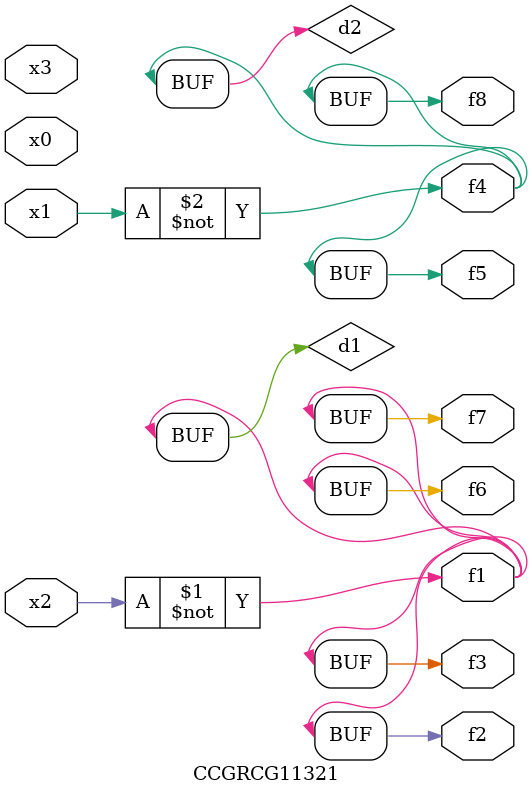
<source format=v>
module CCGRCG11321(
	input x0, x1, x2, x3,
	output f1, f2, f3, f4, f5, f6, f7, f8
);

	wire d1, d2;

	xnor (d1, x2);
	not (d2, x1);
	assign f1 = d1;
	assign f2 = d1;
	assign f3 = d1;
	assign f4 = d2;
	assign f5 = d2;
	assign f6 = d1;
	assign f7 = d1;
	assign f8 = d2;
endmodule

</source>
